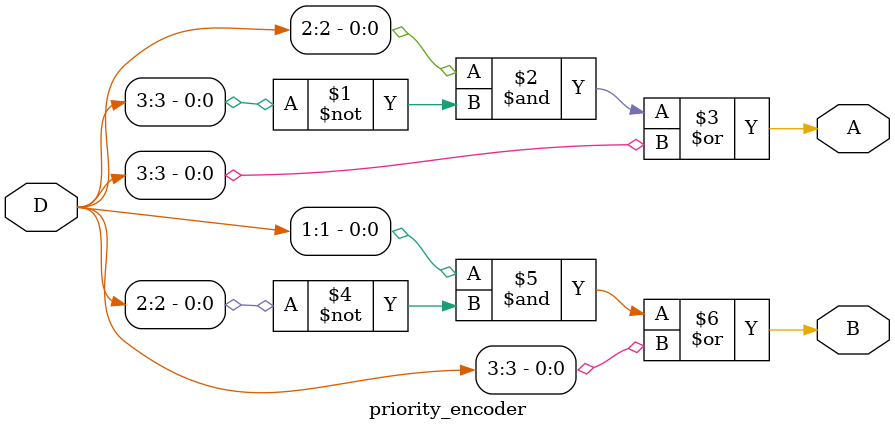
<source format=v>
`timescale 1ns / 1ps

module priority_encoder(D, A, B);
 input [3:0]D;
 output A, B;

  assign A = (D[2] &~D[3]) | D[3];
  assign B = (D[1] & ~D[2]) | D[3];

endmodule

</source>
